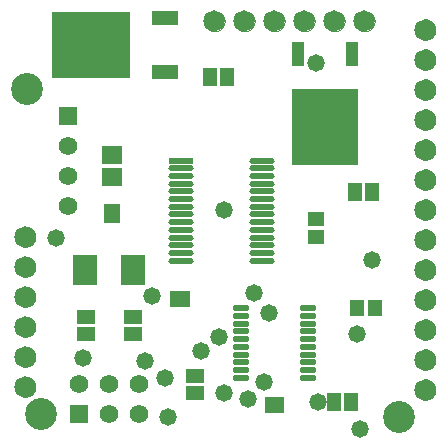
<source format=gts>
G04*
G04 #@! TF.GenerationSoftware,Altium Limited,Altium Designer,23.2.1 (34)*
G04*
G04 Layer_Color=8388736*
%FSLAX25Y25*%
%MOIN*%
G70*
G04*
G04 #@! TF.SameCoordinates,7C5D3EEA-5F35-4E34-AFA4-0489F6894B71*
G04*
G04*
G04 #@! TF.FilePolarity,Negative*
G04*
G01*
G75*
%ADD30C,0.00000*%
%ADD31R,0.04760X0.05951*%
%ADD32R,0.04737X0.05721*%
%ADD33R,0.04343X0.07887*%
%ADD34R,0.22257X0.25210*%
G04:AMPARAMS|DCode=35|XSize=20.47mil|YSize=51.97mil|CornerRadius=4.33mil|HoleSize=0mil|Usage=FLASHONLY|Rotation=270.000|XOffset=0mil|YOffset=0mil|HoleType=Round|Shape=RoundedRectangle|*
%AMROUNDEDRECTD35*
21,1,0.02047,0.04331,0,0,270.0*
21,1,0.01181,0.05197,0,0,270.0*
1,1,0.00866,-0.02165,-0.00591*
1,1,0.00866,-0.02165,0.00591*
1,1,0.00866,0.02165,0.00591*
1,1,0.00866,0.02165,-0.00591*
%
%ADD35ROUNDEDRECTD35*%
%ADD36R,0.05951X0.04760*%
%ADD37R,0.03300X0.05800*%
%ADD38R,0.08280X0.10249*%
%ADD39R,0.26391X0.22453*%
%ADD40R,0.09068X0.04540*%
%ADD41R,0.06902X0.06312*%
%ADD42R,0.05800X0.03300*%
%ADD43R,0.08381X0.02090*%
G04:AMPARAMS|DCode=44|XSize=83.81mil|YSize=20.9mil|CornerRadius=10.45mil|HoleSize=0mil|Usage=FLASHONLY|Rotation=0.000|XOffset=0mil|YOffset=0mil|HoleType=Round|Shape=RoundedRectangle|*
%AMROUNDEDRECTD44*
21,1,0.08381,0.00000,0,0,0.0*
21,1,0.06291,0.02090,0,0,0.0*
1,1,0.02090,0.03146,0.00000*
1,1,0.02090,-0.03146,0.00000*
1,1,0.02090,-0.03146,0.00000*
1,1,0.02090,0.03146,0.00000*
%
%ADD44ROUNDEDRECTD44*%
%ADD45R,0.05721X0.04737*%
%ADD46C,0.07178*%
%ADD47C,0.06194*%
%ADD48R,0.06194X0.06194*%
%ADD49R,0.06194X0.06194*%
%ADD50C,0.10642*%
%ADD51C,0.05800*%
D30*
X11789Y18905D02*
X11639Y19904D01*
X11200Y20814D01*
X10513Y21555D01*
X9638Y22060D01*
X8653Y22285D01*
X7645Y22210D01*
X6704Y21840D01*
X5914Y21211D01*
X5345Y20376D01*
X5047Y19410D01*
Y18399D01*
X5345Y17434D01*
X5914Y16599D01*
X6704Y15969D01*
X7645Y15600D01*
X8653Y15524D01*
X9638Y15749D01*
X10513Y16254D01*
X11200Y16995D01*
X11639Y17906D01*
X11789Y18905D01*
Y28905D02*
X11639Y29904D01*
X11200Y30814D01*
X10513Y31555D01*
X9638Y32060D01*
X8653Y32285D01*
X7645Y32210D01*
X6704Y31841D01*
X5914Y31211D01*
X5345Y30376D01*
X5047Y29410D01*
Y28399D01*
X5345Y27434D01*
X5914Y26599D01*
X6704Y25969D01*
X7645Y25600D01*
X8653Y25524D01*
X9638Y25749D01*
X10513Y26254D01*
X11200Y26995D01*
X11639Y27905D01*
X11789Y28905D01*
Y38905D02*
X11639Y39904D01*
X11200Y40814D01*
X10513Y41555D01*
X9638Y42060D01*
X8653Y42285D01*
X7645Y42210D01*
X6704Y41840D01*
X5914Y41210D01*
X5345Y40376D01*
X5047Y39410D01*
Y38399D01*
X5345Y37434D01*
X5914Y36599D01*
X6704Y35969D01*
X7645Y35600D01*
X8653Y35524D01*
X9638Y35749D01*
X10513Y36254D01*
X11200Y36995D01*
X11639Y37905D01*
X11789Y38905D01*
Y48905D02*
X11639Y49904D01*
X11200Y50814D01*
X10513Y51555D01*
X9638Y52060D01*
X8653Y52285D01*
X7645Y52210D01*
X6704Y51841D01*
X5914Y51210D01*
X5345Y50376D01*
X5047Y49410D01*
Y48399D01*
X5345Y47434D01*
X5914Y46599D01*
X6704Y45969D01*
X7645Y45600D01*
X8653Y45524D01*
X9638Y45749D01*
X10513Y46254D01*
X11200Y46995D01*
X11639Y47905D01*
X11789Y48905D01*
Y58905D02*
X11639Y59904D01*
X11200Y60814D01*
X10513Y61555D01*
X9638Y62060D01*
X8653Y62285D01*
X7645Y62210D01*
X6704Y61840D01*
X5914Y61211D01*
X5345Y60376D01*
X5047Y59410D01*
Y58399D01*
X5345Y57434D01*
X5914Y56599D01*
X6704Y55969D01*
X7645Y55600D01*
X8653Y55524D01*
X9638Y55749D01*
X10513Y56254D01*
X11200Y56995D01*
X11639Y57906D01*
X11789Y58905D01*
Y68905D02*
X11639Y69904D01*
X11200Y70814D01*
X10513Y71555D01*
X9638Y72060D01*
X8653Y72285D01*
X7645Y72210D01*
X6704Y71841D01*
X5914Y71210D01*
X5345Y70376D01*
X5047Y69410D01*
Y68400D01*
X5345Y67434D01*
X5914Y66599D01*
X6704Y65969D01*
X7645Y65600D01*
X8653Y65524D01*
X9638Y65749D01*
X10513Y66254D01*
X11200Y66995D01*
X11639Y67905D01*
X11789Y68905D01*
X145122Y17913D02*
X144972Y18913D01*
X144533Y19823D01*
X143846Y20564D01*
X142971Y21069D01*
X141986Y21294D01*
X140978Y21218D01*
X140037Y20849D01*
X139247Y20219D01*
X138678Y19384D01*
X138380Y18419D01*
Y17408D01*
X138678Y16443D01*
X139247Y15608D01*
X140037Y14978D01*
X140978Y14608D01*
X141986Y14533D01*
X142971Y14758D01*
X143846Y15263D01*
X144533Y16004D01*
X144972Y16914D01*
X145122Y17913D01*
Y27913D02*
X144972Y28913D01*
X144533Y29823D01*
X143846Y30564D01*
X142971Y31069D01*
X141986Y31294D01*
X140978Y31218D01*
X140037Y30849D01*
X139247Y30219D01*
X138678Y29384D01*
X138380Y28419D01*
Y27408D01*
X138678Y26443D01*
X139247Y25608D01*
X140037Y24978D01*
X140978Y24608D01*
X141986Y24533D01*
X142971Y24758D01*
X143846Y25263D01*
X144533Y26004D01*
X144972Y26914D01*
X145122Y27913D01*
Y37913D02*
X144972Y38913D01*
X144533Y39823D01*
X143846Y40564D01*
X142971Y41069D01*
X141986Y41294D01*
X140978Y41218D01*
X140037Y40849D01*
X139247Y40219D01*
X138678Y39384D01*
X138380Y38419D01*
Y37408D01*
X138678Y36443D01*
X139247Y35608D01*
X140037Y34978D01*
X140978Y34608D01*
X141986Y34533D01*
X142971Y34758D01*
X143846Y35263D01*
X144533Y36004D01*
X144972Y36914D01*
X145122Y37913D01*
Y47913D02*
X144972Y48913D01*
X144533Y49823D01*
X143846Y50564D01*
X142971Y51069D01*
X141986Y51294D01*
X140978Y51218D01*
X140037Y50849D01*
X139247Y50219D01*
X138678Y49384D01*
X138380Y48419D01*
Y47408D01*
X138678Y46442D01*
X139247Y45608D01*
X140037Y44978D01*
X140978Y44608D01*
X141986Y44533D01*
X142971Y44758D01*
X143846Y45263D01*
X144533Y46004D01*
X144972Y46914D01*
X145122Y47913D01*
Y57913D02*
X144972Y58913D01*
X144533Y59823D01*
X143846Y60564D01*
X142971Y61069D01*
X141986Y61294D01*
X140978Y61218D01*
X140037Y60849D01*
X139247Y60219D01*
X138678Y59384D01*
X138380Y58419D01*
Y57408D01*
X138678Y56443D01*
X139247Y55608D01*
X140037Y54978D01*
X140978Y54608D01*
X141986Y54533D01*
X142971Y54758D01*
X143846Y55263D01*
X144533Y56004D01*
X144972Y56914D01*
X145122Y57913D01*
Y67913D02*
X144972Y68913D01*
X144533Y69823D01*
X143846Y70564D01*
X142971Y71069D01*
X141986Y71294D01*
X140978Y71218D01*
X140037Y70849D01*
X139247Y70219D01*
X138678Y69384D01*
X138380Y68419D01*
Y67408D01*
X138678Y66443D01*
X139247Y65608D01*
X140037Y64978D01*
X140978Y64608D01*
X141986Y64533D01*
X142971Y64758D01*
X143846Y65263D01*
X144533Y66004D01*
X144972Y66914D01*
X145122Y67913D01*
Y77913D02*
X144972Y78913D01*
X144533Y79823D01*
X143846Y80564D01*
X142971Y81069D01*
X141986Y81294D01*
X140978Y81218D01*
X140037Y80849D01*
X139247Y80219D01*
X138678Y79384D01*
X138380Y78419D01*
Y77408D01*
X138678Y76442D01*
X139247Y75608D01*
X140037Y74977D01*
X140978Y74608D01*
X141986Y74533D01*
X142971Y74758D01*
X143846Y75263D01*
X144533Y76004D01*
X144972Y76914D01*
X145122Y77913D01*
Y87913D02*
X144972Y88913D01*
X144533Y89823D01*
X143846Y90564D01*
X142971Y91069D01*
X141986Y91294D01*
X140978Y91218D01*
X140037Y90849D01*
X139247Y90219D01*
X138678Y89384D01*
X138380Y88419D01*
Y87408D01*
X138678Y86443D01*
X139247Y85608D01*
X140037Y84978D01*
X140978Y84608D01*
X141986Y84533D01*
X142971Y84758D01*
X143846Y85263D01*
X144533Y86004D01*
X144972Y86914D01*
X145122Y87913D01*
Y97913D02*
X144972Y98913D01*
X144533Y99823D01*
X143846Y100564D01*
X142971Y101069D01*
X141986Y101294D01*
X140978Y101218D01*
X140037Y100849D01*
X139247Y100219D01*
X138678Y99384D01*
X138380Y98419D01*
Y97408D01*
X138678Y96443D01*
X139247Y95608D01*
X140037Y94978D01*
X140978Y94608D01*
X141986Y94533D01*
X142971Y94758D01*
X143846Y95263D01*
X144533Y96004D01*
X144972Y96914D01*
X145122Y97913D01*
Y107913D02*
X144972Y108913D01*
X144533Y109823D01*
X143846Y110564D01*
X142971Y111069D01*
X141986Y111294D01*
X140978Y111218D01*
X140037Y110849D01*
X139247Y110219D01*
X138678Y109384D01*
X138380Y108419D01*
Y107408D01*
X138678Y106443D01*
X139247Y105608D01*
X140037Y104978D01*
X140978Y104608D01*
X141986Y104533D01*
X142971Y104758D01*
X143846Y105263D01*
X144533Y106004D01*
X144972Y106914D01*
X145122Y107913D01*
Y117913D02*
X144972Y118913D01*
X144533Y119823D01*
X143846Y120564D01*
X142971Y121069D01*
X141986Y121294D01*
X140978Y121218D01*
X140037Y120849D01*
X139247Y120219D01*
X138678Y119384D01*
X138380Y118419D01*
Y117408D01*
X138678Y116443D01*
X139247Y115608D01*
X140037Y114978D01*
X140978Y114608D01*
X141986Y114533D01*
X142971Y114758D01*
X143846Y115263D01*
X144533Y116004D01*
X144972Y116914D01*
X145122Y117913D01*
Y127913D02*
X144972Y128913D01*
X144533Y129823D01*
X143846Y130564D01*
X142971Y131069D01*
X141986Y131294D01*
X140978Y131218D01*
X140037Y130849D01*
X139247Y130219D01*
X138678Y129384D01*
X138380Y128419D01*
Y127408D01*
X138678Y126443D01*
X139247Y125608D01*
X140037Y124978D01*
X140978Y124608D01*
X141986Y124533D01*
X142971Y124758D01*
X143846Y125263D01*
X144533Y126004D01*
X144972Y126914D01*
X145122Y127913D01*
Y137913D02*
X144972Y138913D01*
X144533Y139823D01*
X143846Y140564D01*
X142971Y141069D01*
X141986Y141294D01*
X140978Y141218D01*
X140037Y140849D01*
X139247Y140219D01*
X138678Y139384D01*
X138380Y138419D01*
Y137408D01*
X138678Y136443D01*
X139247Y135608D01*
X140037Y134978D01*
X140978Y134608D01*
X141986Y134533D01*
X142971Y134758D01*
X143846Y135263D01*
X144533Y136004D01*
X144972Y136914D01*
X145122Y137913D01*
X124847Y140748D02*
X124696Y141747D01*
X124258Y142658D01*
X123570Y143398D01*
X122695Y143904D01*
X121710Y144129D01*
X120702Y144053D01*
X119762Y143684D01*
X118972Y143054D01*
X118402Y142219D01*
X118105Y141253D01*
Y140243D01*
X118402Y139277D01*
X118972Y138442D01*
X119762Y137812D01*
X120702Y137443D01*
X121710Y137367D01*
X122695Y137592D01*
X123570Y138098D01*
X124258Y138838D01*
X124696Y139749D01*
X124847Y140748D01*
X114847Y140748D02*
X114696Y141747D01*
X114258Y142658D01*
X113570Y143398D01*
X112695Y143904D01*
X111710Y144129D01*
X110702Y144053D01*
X109762Y143684D01*
X108972Y143054D01*
X108402Y142219D01*
X108105Y141253D01*
Y140243D01*
X108402Y139277D01*
X108972Y138442D01*
X109762Y137812D01*
X110702Y137443D01*
X111710Y137367D01*
X112695Y137592D01*
X113570Y138098D01*
X114258Y138838D01*
X114696Y139749D01*
X114847Y140748D01*
X104847Y140748D02*
X104696Y141747D01*
X104258Y142658D01*
X103570Y143398D01*
X102695Y143904D01*
X101710Y144129D01*
X100702Y144053D01*
X99762Y143684D01*
X98972Y143054D01*
X98402Y142219D01*
X98105Y141253D01*
Y140243D01*
X98402Y139277D01*
X98972Y138442D01*
X99762Y137812D01*
X100702Y137443D01*
X101710Y137367D01*
X102695Y137592D01*
X103570Y138098D01*
X104258Y138838D01*
X104696Y139749D01*
X104847Y140748D01*
X94847D02*
X94696Y141747D01*
X94258Y142658D01*
X93570Y143398D01*
X92695Y143904D01*
X91710Y144129D01*
X90702Y144053D01*
X89762Y143684D01*
X88972Y143054D01*
X88402Y142219D01*
X88105Y141253D01*
Y140243D01*
X88402Y139277D01*
X88972Y138442D01*
X89762Y137812D01*
X90702Y137443D01*
X91710Y137367D01*
X92695Y137592D01*
X93570Y138098D01*
X94258Y138838D01*
X94696Y139749D01*
X94847Y140748D01*
X84847Y140748D02*
X84696Y141747D01*
X84258Y142658D01*
X83570Y143398D01*
X82695Y143904D01*
X81710Y144129D01*
X80702Y144053D01*
X79762Y143684D01*
X78972Y143054D01*
X78402Y142219D01*
X78105Y141253D01*
Y140243D01*
X78402Y139277D01*
X78972Y138442D01*
X79762Y137812D01*
X80702Y137443D01*
X81710Y137367D01*
X82695Y137592D01*
X83570Y138098D01*
X84258Y138838D01*
X84696Y139749D01*
X84847Y140748D01*
X74847Y140748D02*
X74696Y141747D01*
X74258Y142658D01*
X73570Y143398D01*
X72695Y143904D01*
X71710Y144129D01*
X70702Y144053D01*
X69762Y143684D01*
X68972Y143054D01*
X68402Y142219D01*
X68105Y141253D01*
Y140243D01*
X68402Y139277D01*
X68972Y138442D01*
X69762Y137812D01*
X70702Y137443D01*
X71710Y137367D01*
X72695Y137592D01*
X73570Y138098D01*
X74258Y138838D01*
X74696Y139749D01*
X74847Y140748D01*
D31*
X118204Y83661D02*
D03*
X123922D02*
D03*
X111314Y13780D02*
D03*
X117032D02*
D03*
X69976Y122047D02*
D03*
X75694D02*
D03*
D32*
X125000Y45276D02*
D03*
X119095D02*
D03*
D33*
X117244Y129724D02*
D03*
X99291D02*
D03*
D34*
X108268Y105315D02*
D03*
D35*
X80315Y44980D02*
D03*
X80315Y42421D02*
D03*
X80315Y39862D02*
D03*
X80315Y37303D02*
D03*
X80315Y34744D02*
D03*
X80315Y32185D02*
D03*
X80315Y29626D02*
D03*
Y27067D02*
D03*
X80315Y24508D02*
D03*
X80315Y21949D02*
D03*
X102756Y44980D02*
D03*
X102756Y42421D02*
D03*
X102756Y39862D02*
D03*
X102756Y37303D02*
D03*
Y34744D02*
D03*
Y32185D02*
D03*
Y29626D02*
D03*
Y27067D02*
D03*
Y24508D02*
D03*
X102756Y21949D02*
D03*
D36*
X64961Y16826D02*
D03*
Y22544D02*
D03*
X28543Y42056D02*
D03*
Y36338D02*
D03*
X44291Y42056D02*
D03*
Y36338D02*
D03*
D37*
X93135Y12795D02*
D03*
X89935D02*
D03*
X58439Y48228D02*
D03*
X61639D02*
D03*
D38*
X44488Y57898D02*
D03*
X28346D02*
D03*
D39*
X30315Y132874D02*
D03*
D40*
X55118Y141851D02*
D03*
X55118Y123898D02*
D03*
D41*
X37402Y96260D02*
D03*
Y88779D02*
D03*
D42*
X37402Y74999D02*
D03*
Y78199D02*
D03*
D43*
X60334Y94217D02*
D03*
D44*
Y91658D02*
D03*
Y89099D02*
D03*
Y86540D02*
D03*
Y83980D02*
D03*
Y81421D02*
D03*
Y78862D02*
D03*
Y76303D02*
D03*
Y73744D02*
D03*
Y71185D02*
D03*
Y68626D02*
D03*
Y66067D02*
D03*
Y63508D02*
D03*
Y60949D02*
D03*
X87304D02*
D03*
Y63508D02*
D03*
Y66067D02*
D03*
Y68626D02*
D03*
Y71185D02*
D03*
Y73744D02*
D03*
Y76303D02*
D03*
Y78862D02*
D03*
Y81421D02*
D03*
Y83980D02*
D03*
Y86540D02*
D03*
Y89099D02*
D03*
Y91658D02*
D03*
Y94217D02*
D03*
D45*
X105315Y74803D02*
D03*
Y68898D02*
D03*
D46*
X8399Y18905D02*
D03*
Y28905D02*
D03*
Y38905D02*
D03*
Y48905D02*
D03*
Y58905D02*
D03*
Y68905D02*
D03*
X141732Y17913D02*
D03*
Y27913D02*
D03*
Y37913D02*
D03*
Y47913D02*
D03*
Y57913D02*
D03*
Y67913D02*
D03*
Y77913D02*
D03*
Y87913D02*
D03*
Y97913D02*
D03*
Y107913D02*
D03*
Y117913D02*
D03*
Y127913D02*
D03*
Y137913D02*
D03*
X121457Y140748D02*
D03*
X111457D02*
D03*
X101457Y140748D02*
D03*
X91457Y140748D02*
D03*
X81457D02*
D03*
X71457D02*
D03*
D47*
X46260Y19685D02*
D03*
Y9685D02*
D03*
X36260Y19685D02*
D03*
Y9685D02*
D03*
X26260Y19685D02*
D03*
X22638Y79236D02*
D03*
Y89236D02*
D03*
Y99236D02*
D03*
D48*
X26260Y9685D02*
D03*
D49*
X22638Y109236D02*
D03*
D50*
X13780Y9843D02*
D03*
X8858Y118110D02*
D03*
X132874Y8858D02*
D03*
D51*
X50509Y49155D02*
D03*
X18701Y68405D02*
D03*
X89567Y43307D02*
D03*
X84646Y50197D02*
D03*
X88033Y20322D02*
D03*
X120079Y4921D02*
D03*
X72835Y35433D02*
D03*
X82677Y14764D02*
D03*
X74803Y77756D02*
D03*
X27559Y28543D02*
D03*
X74803Y16732D02*
D03*
X56102Y8858D02*
D03*
X105413Y126870D02*
D03*
X48228Y27559D02*
D03*
X55118Y21654D02*
D03*
X66929Y30867D02*
D03*
X119095Y36417D02*
D03*
X106052Y13780D02*
D03*
X124016Y61024D02*
D03*
M02*

</source>
